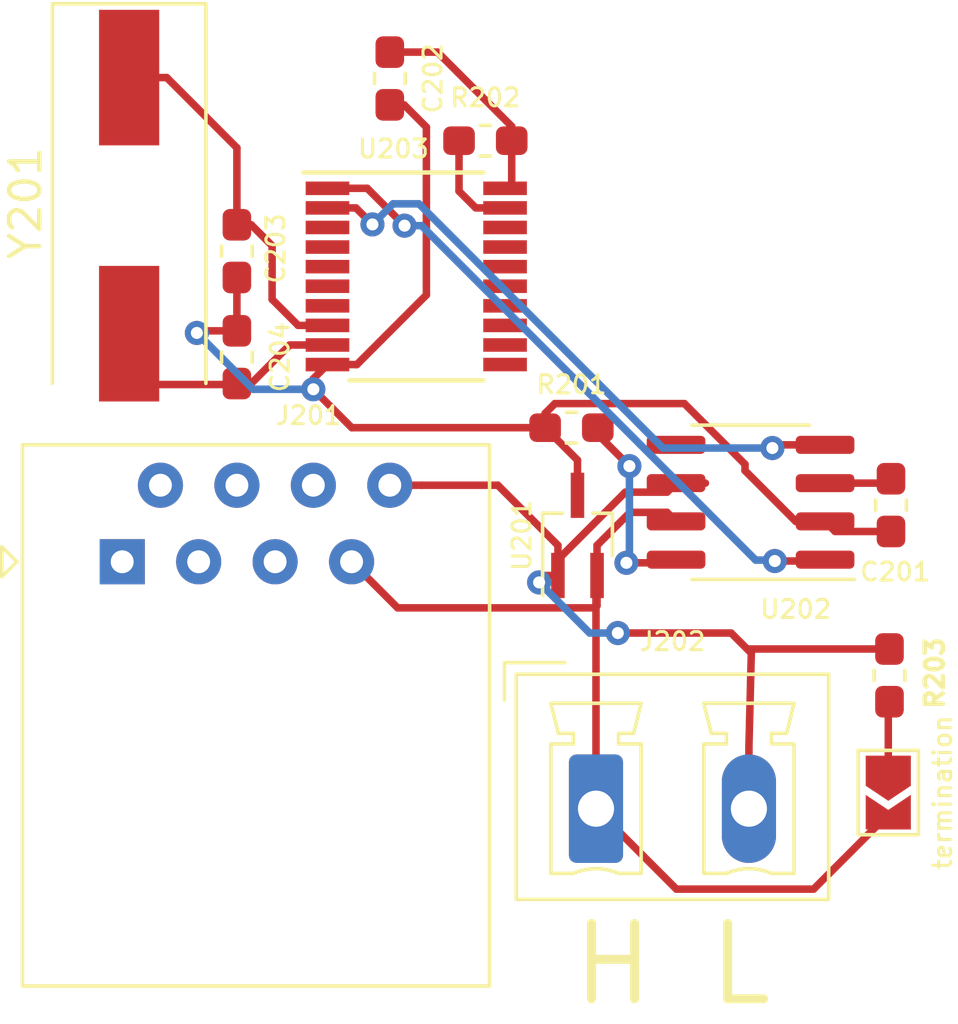
<source format=kicad_pcb>
(kicad_pcb (version 20171130) (host pcbnew 5.1.5+dfsg1-2build2)

  (general
    (thickness 1.6)
    (drawings 1)
    (tracks 119)
    (zones 0)
    (modules 14)
    (nets 32)
  )

  (page A4)
  (layers
    (0 F.Cu signal)
    (31 B.Cu signal)
    (32 B.Adhes user)
    (33 F.Adhes user)
    (34 B.Paste user)
    (35 F.Paste user)
    (36 B.SilkS user)
    (37 F.SilkS user)
    (38 B.Mask user)
    (39 F.Mask user)
    (40 Dwgs.User user)
    (41 Cmts.User user)
    (42 Eco1.User user)
    (43 Eco2.User user)
    (44 Edge.Cuts user)
    (45 Margin user)
    (46 B.CrtYd user)
    (47 F.CrtYd user)
    (48 B.Fab user hide)
    (49 F.Fab user hide)
  )

  (setup
    (last_trace_width 0.25)
    (trace_clearance 0.2)
    (zone_clearance 0.508)
    (zone_45_only no)
    (trace_min 0.2)
    (via_size 0.8)
    (via_drill 0.4)
    (via_min_size 0.4)
    (via_min_drill 0.3)
    (uvia_size 0.3)
    (uvia_drill 0.1)
    (uvias_allowed no)
    (uvia_min_size 0.2)
    (uvia_min_drill 0.1)
    (edge_width 0.05)
    (segment_width 0.2)
    (pcb_text_width 0.3)
    (pcb_text_size 1.5 1.5)
    (mod_edge_width 0.12)
    (mod_text_size 0.6 0.6)
    (mod_text_width 0.1)
    (pad_size 1.524 1.524)
    (pad_drill 0.762)
    (pad_to_mask_clearance 0.051)
    (solder_mask_min_width 0.25)
    (aux_axis_origin 0 0)
    (visible_elements FFFFFF7F)
    (pcbplotparams
      (layerselection 0x010fc_ffffffff)
      (usegerberextensions false)
      (usegerberattributes false)
      (usegerberadvancedattributes false)
      (creategerberjobfile false)
      (excludeedgelayer true)
      (linewidth 0.100000)
      (plotframeref false)
      (viasonmask false)
      (mode 1)
      (useauxorigin false)
      (hpglpennumber 1)
      (hpglpenspeed 20)
      (hpglpendiameter 15.000000)
      (psnegative false)
      (psa4output false)
      (plotreference true)
      (plotvalue true)
      (plotinvisibletext false)
      (padsonsilk false)
      (subtractmaskfromsilk false)
      (outputformat 1)
      (mirror false)
      (drillshape 1)
      (scaleselection 1)
      (outputdirectory ""))
  )

  (net 0 "")
  (net 1 GND)
  (net 2 +5V)
  (net 3 "Net-(C203-Pad2)")
  (net 4 "Net-(C204-Pad2)")
  (net 5 /Sheet6074414D/can_l)
  (net 6 /Sheet6074414D/can_h)
  (net 7 "Net-(J201-Pad6)")
  (net 8 "Net-(J201-Pad5)")
  (net 9 "Net-(J201-Pad4)")
  (net 10 "Net-(J201-Pad3)")
  (net 11 "Net-(J201-Pad2)")
  (net 12 "Net-(J201-Pad1)")
  (net 13 "Net-(R201-Pad2)")
  (net 14 "Net-(R202-Pad1)")
  (net 15 "Net-(U202-Pad5)")
  (net 16 /Sheet6074414D/can_rx)
  (net 17 /Sheet6074414D/can_tx)
  (net 18 /Sheet6074414D/can_spi_cs)
  (net 19 /Sheet6074414D/can_spi_miso)
  (net 20 /Sheet6074414D/can_spi_mosi)
  (net 21 "Net-(U203-Pad15)")
  (net 22 /Sheet6074414D/can_spi_clk)
  (net 23 /Sheet6074414D/can_intr)
  (net 24 "Net-(U203-Pad12)")
  (net 25 "Net-(U203-Pad11)")
  (net 26 "Net-(U203-Pad7)")
  (net 27 "Net-(U203-Pad6)")
  (net 28 "Net-(U203-Pad5)")
  (net 29 "Net-(U203-Pad4)")
  (net 30 "Net-(U203-Pad3)")
  (net 31 "Net-(JP201-Pad1)")

  (net_class Default "This is the default net class."
    (clearance 0.2)
    (trace_width 0.25)
    (via_dia 0.8)
    (via_drill 0.4)
    (uvia_dia 0.3)
    (uvia_drill 0.1)
    (add_net +5V)
    (add_net /Sheet6074414D/can_h)
    (add_net /Sheet6074414D/can_intr)
    (add_net /Sheet6074414D/can_l)
    (add_net /Sheet6074414D/can_rx)
    (add_net /Sheet6074414D/can_spi_clk)
    (add_net /Sheet6074414D/can_spi_cs)
    (add_net /Sheet6074414D/can_spi_miso)
    (add_net /Sheet6074414D/can_spi_mosi)
    (add_net /Sheet6074414D/can_tx)
    (add_net GND)
    (add_net "Net-(C203-Pad2)")
    (add_net "Net-(C204-Pad2)")
    (add_net "Net-(J201-Pad1)")
    (add_net "Net-(J201-Pad2)")
    (add_net "Net-(J201-Pad3)")
    (add_net "Net-(J201-Pad4)")
    (add_net "Net-(J201-Pad5)")
    (add_net "Net-(J201-Pad6)")
    (add_net "Net-(JP201-Pad1)")
    (add_net "Net-(R201-Pad2)")
    (add_net "Net-(R202-Pad1)")
    (add_net "Net-(U202-Pad5)")
    (add_net "Net-(U203-Pad11)")
    (add_net "Net-(U203-Pad12)")
    (add_net "Net-(U203-Pad15)")
    (add_net "Net-(U203-Pad3)")
    (add_net "Net-(U203-Pad4)")
    (add_net "Net-(U203-Pad5)")
    (add_net "Net-(U203-Pad6)")
    (add_net "Net-(U203-Pad7)")
  )

  (module Resistor_SMD:R_0603_1608Metric_Pad1.05x0.95mm_HandSolder (layer F.Cu) (tedit 5B301BBD) (tstamp 6072AE9C)
    (at 129.84 50.895 90)
    (descr "Resistor SMD 0603 (1608 Metric), square (rectangular) end terminal, IPC_7351 nominal with elongated pad for handsoldering. (Body size source: http://www.tortai-tech.com/upload/download/2011102023233369053.pdf), generated with kicad-footprint-generator")
    (tags "resistor handsolder")
    (path /6074414E/6075A4C5)
    (attr smd)
    (fp_text reference R203 (at 0.075 1.5 90) (layer F.SilkS)
      (effects (font (size 0.6 0.6) (thickness 0.15)))
    )
    (fp_text value 120R (at 0 1.43 90) (layer F.Fab)
      (effects (font (size 1 1) (thickness 0.15)))
    )
    (fp_text user %R (at 0 0 90) (layer F.Fab)
      (effects (font (size 0.4 0.4) (thickness 0.06)))
    )
    (fp_line (start 1.65 0.73) (end -1.65 0.73) (layer F.CrtYd) (width 0.05))
    (fp_line (start 1.65 -0.73) (end 1.65 0.73) (layer F.CrtYd) (width 0.05))
    (fp_line (start -1.65 -0.73) (end 1.65 -0.73) (layer F.CrtYd) (width 0.05))
    (fp_line (start -1.65 0.73) (end -1.65 -0.73) (layer F.CrtYd) (width 0.05))
    (fp_line (start -0.171267 0.51) (end 0.171267 0.51) (layer F.SilkS) (width 0.12))
    (fp_line (start -0.171267 -0.51) (end 0.171267 -0.51) (layer F.SilkS) (width 0.12))
    (fp_line (start 0.8 0.4) (end -0.8 0.4) (layer F.Fab) (width 0.1))
    (fp_line (start 0.8 -0.4) (end 0.8 0.4) (layer F.Fab) (width 0.1))
    (fp_line (start -0.8 -0.4) (end 0.8 -0.4) (layer F.Fab) (width 0.1))
    (fp_line (start -0.8 0.4) (end -0.8 -0.4) (layer F.Fab) (width 0.1))
    (pad 2 smd roundrect (at 0.875 0 90) (size 1.05 0.95) (layers F.Cu F.Paste F.Mask) (roundrect_rratio 0.25)
      (net 5 /Sheet6074414D/can_l))
    (pad 1 smd roundrect (at -0.875 0 90) (size 1.05 0.95) (layers F.Cu F.Paste F.Mask) (roundrect_rratio 0.25)
      (net 31 "Net-(JP201-Pad1)"))
    (model ${KISYS3DMOD}/Resistor_SMD.3dshapes/R_0603_1608Metric.wrl
      (at (xyz 0 0 0))
      (scale (xyz 1 1 1))
      (rotate (xyz 0 0 0))
    )
  )

  (module Jumper:SolderJumper-2_P1.3mm_Open_TrianglePad1.0x1.5mm (layer F.Cu) (tedit 5A64794F) (tstamp 6072AE4B)
    (at 129.8 54.785 270)
    (descr "SMD Solder Jumper, 1x1.5mm Triangular Pads, 0.3mm gap, open")
    (tags "solder jumper open")
    (path /6074414E/6075D5CD)
    (attr virtual)
    (fp_text reference termination (at 0 -1.8 90) (layer F.SilkS)
      (effects (font (size 0.6 0.6) (thickness 0.1)))
    )
    (fp_text value termination (at 0 1.9 90) (layer F.Fab)
      (effects (font (size 1 1) (thickness 0.15)))
    )
    (fp_line (start 1.65 1.25) (end -1.65 1.25) (layer F.CrtYd) (width 0.05))
    (fp_line (start 1.65 1.25) (end 1.65 -1.25) (layer F.CrtYd) (width 0.05))
    (fp_line (start -1.65 -1.25) (end -1.65 1.25) (layer F.CrtYd) (width 0.05))
    (fp_line (start -1.65 -1.25) (end 1.65 -1.25) (layer F.CrtYd) (width 0.05))
    (fp_line (start -1.4 -1) (end 1.4 -1) (layer F.SilkS) (width 0.12))
    (fp_line (start 1.4 -1) (end 1.4 1) (layer F.SilkS) (width 0.12))
    (fp_line (start 1.4 1) (end -1.4 1) (layer F.SilkS) (width 0.12))
    (fp_line (start -1.4 1) (end -1.4 -1) (layer F.SilkS) (width 0.12))
    (pad 1 smd custom (at -0.725 0 270) (size 0.3 0.3) (layers F.Cu F.Mask)
      (net 31 "Net-(JP201-Pad1)") (zone_connect 2)
      (options (clearance outline) (anchor rect))
      (primitives
        (gr_poly (pts
           (xy -0.5 -0.75) (xy 0.5 -0.75) (xy 1 0) (xy 0.5 0.75) (xy -0.5 0.75)
) (width 0))
      ))
    (pad 2 smd custom (at 0.725 0 270) (size 0.3 0.3) (layers F.Cu F.Mask)
      (net 6 /Sheet6074414D/can_h) (zone_connect 2)
      (options (clearance outline) (anchor rect))
      (primitives
        (gr_poly (pts
           (xy -0.65 -0.75) (xy 0.5 -0.75) (xy 0.5 0.75) (xy -0.65 0.75) (xy -0.15 0)
) (width 0))
      ))
  )

  (module Package_SO:TSSOP-20_4.4x6.5mm_P0.65mm (layer F.Cu) (tedit 5A02F25C) (tstamp 60729EC9)
    (at 114.12 37.655)
    (descr "20-Lead Plastic Thin Shrink Small Outline (ST)-4.4 mm Body [TSSOP] (see Microchip Packaging Specification 00000049BS.pdf)")
    (tags "SSOP 0.65")
    (path /6074414E/6074BAAC)
    (attr smd)
    (fp_text reference U203 (at -0.76 -4.235) (layer F.SilkS)
      (effects (font (size 0.6 0.6) (thickness 0.1)))
    )
    (fp_text value MCP2515-xST (at 0 4.3) (layer F.Fab)
      (effects (font (size 1 1) (thickness 0.15)))
    )
    (fp_text user %R (at 0 0) (layer F.Fab)
      (effects (font (size 1 1) (thickness 0.15)))
    )
    (fp_line (start -3.75 -3.45) (end 2.225 -3.45) (layer F.SilkS) (width 0.15))
    (fp_line (start -2.225 3.45) (end 2.225 3.45) (layer F.SilkS) (width 0.15))
    (fp_line (start -3.95 3.55) (end 3.95 3.55) (layer F.CrtYd) (width 0.05))
    (fp_line (start -3.95 -3.55) (end 3.95 -3.55) (layer F.CrtYd) (width 0.05))
    (fp_line (start 3.95 -3.55) (end 3.95 3.55) (layer F.CrtYd) (width 0.05))
    (fp_line (start -3.95 -3.55) (end -3.95 3.55) (layer F.CrtYd) (width 0.05))
    (fp_line (start -2.2 -2.25) (end -1.2 -3.25) (layer F.Fab) (width 0.15))
    (fp_line (start -2.2 3.25) (end -2.2 -2.25) (layer F.Fab) (width 0.15))
    (fp_line (start 2.2 3.25) (end -2.2 3.25) (layer F.Fab) (width 0.15))
    (fp_line (start 2.2 -3.25) (end 2.2 3.25) (layer F.Fab) (width 0.15))
    (fp_line (start -1.2 -3.25) (end 2.2 -3.25) (layer F.Fab) (width 0.15))
    (pad 20 smd rect (at 2.95 -2.925) (size 1.45 0.45) (layers F.Cu F.Paste F.Mask)
      (net 2 +5V))
    (pad 19 smd rect (at 2.95 -2.275) (size 1.45 0.45) (layers F.Cu F.Paste F.Mask)
      (net 14 "Net-(R202-Pad1)"))
    (pad 18 smd rect (at 2.95 -1.625) (size 1.45 0.45) (layers F.Cu F.Paste F.Mask)
      (net 18 /Sheet6074414D/can_spi_cs))
    (pad 17 smd rect (at 2.95 -0.975) (size 1.45 0.45) (layers F.Cu F.Paste F.Mask)
      (net 19 /Sheet6074414D/can_spi_miso))
    (pad 16 smd rect (at 2.95 -0.325) (size 1.45 0.45) (layers F.Cu F.Paste F.Mask)
      (net 20 /Sheet6074414D/can_spi_mosi))
    (pad 15 smd rect (at 2.95 0.325) (size 1.45 0.45) (layers F.Cu F.Paste F.Mask)
      (net 21 "Net-(U203-Pad15)"))
    (pad 14 smd rect (at 2.95 0.975) (size 1.45 0.45) (layers F.Cu F.Paste F.Mask)
      (net 22 /Sheet6074414D/can_spi_clk))
    (pad 13 smd rect (at 2.95 1.625) (size 1.45 0.45) (layers F.Cu F.Paste F.Mask)
      (net 23 /Sheet6074414D/can_intr))
    (pad 12 smd rect (at 2.95 2.275) (size 1.45 0.45) (layers F.Cu F.Paste F.Mask)
      (net 24 "Net-(U203-Pad12)"))
    (pad 11 smd rect (at 2.95 2.925) (size 1.45 0.45) (layers F.Cu F.Paste F.Mask)
      (net 25 "Net-(U203-Pad11)"))
    (pad 10 smd rect (at -2.95 2.925) (size 1.45 0.45) (layers F.Cu F.Paste F.Mask)
      (net 1 GND))
    (pad 9 smd rect (at -2.95 2.275) (size 1.45 0.45) (layers F.Cu F.Paste F.Mask)
      (net 4 "Net-(C204-Pad2)"))
    (pad 8 smd rect (at -2.95 1.625) (size 1.45 0.45) (layers F.Cu F.Paste F.Mask)
      (net 3 "Net-(C203-Pad2)"))
    (pad 7 smd rect (at -2.95 0.975) (size 1.45 0.45) (layers F.Cu F.Paste F.Mask)
      (net 26 "Net-(U203-Pad7)"))
    (pad 6 smd rect (at -2.95 0.325) (size 1.45 0.45) (layers F.Cu F.Paste F.Mask)
      (net 27 "Net-(U203-Pad6)"))
    (pad 5 smd rect (at -2.95 -0.325) (size 1.45 0.45) (layers F.Cu F.Paste F.Mask)
      (net 28 "Net-(U203-Pad5)"))
    (pad 4 smd rect (at -2.95 -0.975) (size 1.45 0.45) (layers F.Cu F.Paste F.Mask)
      (net 29 "Net-(U203-Pad4)"))
    (pad 3 smd rect (at -2.95 -1.625) (size 1.45 0.45) (layers F.Cu F.Paste F.Mask)
      (net 30 "Net-(U203-Pad3)"))
    (pad 2 smd rect (at -2.95 -2.275) (size 1.45 0.45) (layers F.Cu F.Paste F.Mask)
      (net 16 /Sheet6074414D/can_rx))
    (pad 1 smd rect (at -2.95 -2.925) (size 1.45 0.45) (layers F.Cu F.Paste F.Mask)
      (net 17 /Sheet6074414D/can_tx))
    (model ${KISYS3DMOD}/Package_SO.3dshapes/TSSOP-20_4.4x6.5mm_P0.65mm.wrl
      (at (xyz 0 0 0))
      (scale (xyz 1 1 1))
      (rotate (xyz 0 0 0))
    )
  )

  (module Crystal:Crystal_SMD_HC49-SD (layer F.Cu) (tedit 5A1AD52C) (tstamp 60729E79)
    (at 104.58 35.305 270)
    (descr "SMD Crystal HC-49-SD http://cdn-reichelt.de/documents/datenblatt/B400/xxx-HC49-SMD.pdf, 11.4x4.7mm^2 package")
    (tags "SMD SMT crystal")
    (path /6074414E/6074BAC6)
    (attr smd)
    (fp_text reference Y201 (at -0.085 3.44 90) (layer F.SilkS)
      (effects (font (size 1 1) (thickness 0.15)))
    )
    (fp_text value Crystal (at 0 3.55 90) (layer F.Fab)
      (effects (font (size 1 1) (thickness 0.15)))
    )
    (fp_arc (start 3.015 0) (end 3.015 -2.115) (angle 180) (layer F.Fab) (width 0.1))
    (fp_arc (start -3.015 0) (end -3.015 -2.115) (angle -180) (layer F.Fab) (width 0.1))
    (fp_line (start 6.8 -2.6) (end -6.8 -2.6) (layer F.CrtYd) (width 0.05))
    (fp_line (start 6.8 2.6) (end 6.8 -2.6) (layer F.CrtYd) (width 0.05))
    (fp_line (start -6.8 2.6) (end 6.8 2.6) (layer F.CrtYd) (width 0.05))
    (fp_line (start -6.8 -2.6) (end -6.8 2.6) (layer F.CrtYd) (width 0.05))
    (fp_line (start -6.7 2.55) (end 5.9 2.55) (layer F.SilkS) (width 0.12))
    (fp_line (start -6.7 -2.55) (end -6.7 2.55) (layer F.SilkS) (width 0.12))
    (fp_line (start 5.9 -2.55) (end -6.7 -2.55) (layer F.SilkS) (width 0.12))
    (fp_line (start -3.015 2.115) (end 3.015 2.115) (layer F.Fab) (width 0.1))
    (fp_line (start -3.015 -2.115) (end 3.015 -2.115) (layer F.Fab) (width 0.1))
    (fp_line (start 5.7 -2.35) (end -5.7 -2.35) (layer F.Fab) (width 0.1))
    (fp_line (start 5.7 2.35) (end 5.7 -2.35) (layer F.Fab) (width 0.1))
    (fp_line (start -5.7 2.35) (end 5.7 2.35) (layer F.Fab) (width 0.1))
    (fp_line (start -5.7 -2.35) (end -5.7 2.35) (layer F.Fab) (width 0.1))
    (fp_text user %R (at 0 0 90) (layer F.Fab)
      (effects (font (size 1 1) (thickness 0.15)))
    )
    (pad 2 smd rect (at 4.25 0 270) (size 4.5 2) (layers F.Cu F.Paste F.Mask)
      (net 4 "Net-(C204-Pad2)"))
    (pad 1 smd rect (at -4.25 0 270) (size 4.5 2) (layers F.Cu F.Paste F.Mask)
      (net 3 "Net-(C203-Pad2)"))
    (model ${KISYS3DMOD}/Crystal.3dshapes/Crystal_SMD_HC49-SD.wrl
      (at (xyz 0 0 0))
      (scale (xyz 1 1 1))
      (rotate (xyz 0 0 0))
    )
  )

  (module Package_SO:SOIC-8_3.9x4.9mm_P1.27mm (layer F.Cu) (tedit 5D9F72B1) (tstamp 60723524)
    (at 125.225 45.15 180)
    (descr "SOIC, 8 Pin (JEDEC MS-012AA, https://www.analog.com/media/en/package-pcb-resources/package/pkg_pdf/soic_narrow-r/r_8.pdf), generated with kicad-footprint-generator ipc_gullwing_generator.py")
    (tags "SOIC SO")
    (path /6074414E/6074BA69)
    (attr smd)
    (fp_text reference U202 (at -1.5 -3.55) (layer F.SilkS)
      (effects (font (size 0.6 0.6) (thickness 0.1)))
    )
    (fp_text value MCP2551-I-SN (at 0 3.4) (layer F.Fab)
      (effects (font (size 1 1) (thickness 0.15)))
    )
    (fp_text user %R (at 0 0) (layer F.Fab)
      (effects (font (size 1 1) (thickness 0.15)))
    )
    (fp_line (start 3.7 -2.7) (end -3.7 -2.7) (layer F.CrtYd) (width 0.05))
    (fp_line (start 3.7 2.7) (end 3.7 -2.7) (layer F.CrtYd) (width 0.05))
    (fp_line (start -3.7 2.7) (end 3.7 2.7) (layer F.CrtYd) (width 0.05))
    (fp_line (start -3.7 -2.7) (end -3.7 2.7) (layer F.CrtYd) (width 0.05))
    (fp_line (start -1.95 -1.475) (end -0.975 -2.45) (layer F.Fab) (width 0.1))
    (fp_line (start -1.95 2.45) (end -1.95 -1.475) (layer F.Fab) (width 0.1))
    (fp_line (start 1.95 2.45) (end -1.95 2.45) (layer F.Fab) (width 0.1))
    (fp_line (start 1.95 -2.45) (end 1.95 2.45) (layer F.Fab) (width 0.1))
    (fp_line (start -0.975 -2.45) (end 1.95 -2.45) (layer F.Fab) (width 0.1))
    (fp_line (start 0 -2.56) (end -3.45 -2.56) (layer F.SilkS) (width 0.12))
    (fp_line (start 0 -2.56) (end 1.95 -2.56) (layer F.SilkS) (width 0.12))
    (fp_line (start 0 2.56) (end -1.95 2.56) (layer F.SilkS) (width 0.12))
    (fp_line (start 0 2.56) (end 1.95 2.56) (layer F.SilkS) (width 0.12))
    (pad 8 smd roundrect (at 2.475 -1.905 180) (size 1.95 0.6) (layers F.Cu F.Paste F.Mask) (roundrect_rratio 0.25)
      (net 13 "Net-(R201-Pad2)"))
    (pad 7 smd roundrect (at 2.475 -0.635 180) (size 1.95 0.6) (layers F.Cu F.Paste F.Mask) (roundrect_rratio 0.25)
      (net 6 /Sheet6074414D/can_h))
    (pad 6 smd roundrect (at 2.475 0.635 180) (size 1.95 0.6) (layers F.Cu F.Paste F.Mask) (roundrect_rratio 0.25)
      (net 5 /Sheet6074414D/can_l))
    (pad 5 smd roundrect (at 2.475 1.905 180) (size 1.95 0.6) (layers F.Cu F.Paste F.Mask) (roundrect_rratio 0.25)
      (net 15 "Net-(U202-Pad5)"))
    (pad 4 smd roundrect (at -2.475 1.905 180) (size 1.95 0.6) (layers F.Cu F.Paste F.Mask) (roundrect_rratio 0.25)
      (net 16 /Sheet6074414D/can_rx))
    (pad 3 smd roundrect (at -2.475 0.635 180) (size 1.95 0.6) (layers F.Cu F.Paste F.Mask) (roundrect_rratio 0.25)
      (net 2 +5V))
    (pad 2 smd roundrect (at -2.475 -0.635 180) (size 1.95 0.6) (layers F.Cu F.Paste F.Mask) (roundrect_rratio 0.25)
      (net 1 GND))
    (pad 1 smd roundrect (at -2.475 -1.905 180) (size 1.95 0.6) (layers F.Cu F.Paste F.Mask) (roundrect_rratio 0.25)
      (net 17 /Sheet6074414D/can_tx))
    (model ${KISYS3DMOD}/Package_SO.3dshapes/SOIC-8_3.9x4.9mm_P1.27mm.wrl
      (at (xyz 0 0 0))
      (scale (xyz 1 1 1))
      (rotate (xyz 0 0 0))
    )
  )

  (module Package_TO_SOT_SMD:SOT-323_SC-70_Handsoldering (layer F.Cu) (tedit 5A02FF57) (tstamp 6072350A)
    (at 119.475 46.25 90)
    (descr "SOT-323, SC-70 Handsoldering")
    (tags "SOT-323 SC-70 Handsoldering")
    (path /6074414E/6074BA81)
    (attr smd)
    (fp_text reference U201 (at 0 -1.85 90) (layer F.SilkS)
      (effects (font (size 0.6 0.6) (thickness 0.1)))
    )
    (fp_text value PESD5V0L2UU_esd_diode (at 0 2.05 90) (layer F.Fab)
      (effects (font (size 1 1) (thickness 0.15)))
    )
    (fp_line (start -0.175 -1.1) (end -0.675 -0.6) (layer F.Fab) (width 0.1))
    (fp_line (start 0.675 1.1) (end -0.675 1.1) (layer F.Fab) (width 0.1))
    (fp_line (start 0.675 -1.1) (end 0.675 1.1) (layer F.Fab) (width 0.1))
    (fp_line (start -0.675 -0.6) (end -0.675 1.1) (layer F.Fab) (width 0.1))
    (fp_line (start 0.675 -1.1) (end -0.175 -1.1) (layer F.Fab) (width 0.1))
    (fp_line (start -0.675 1.16) (end 0.735 1.16) (layer F.SilkS) (width 0.12))
    (fp_line (start 0.735 -1.16) (end -2 -1.16) (layer F.SilkS) (width 0.12))
    (fp_line (start -2.4 1.3) (end -2.4 -1.3) (layer F.CrtYd) (width 0.05))
    (fp_line (start -2.4 -1.3) (end 2.4 -1.3) (layer F.CrtYd) (width 0.05))
    (fp_line (start 2.4 -1.3) (end 2.4 1.3) (layer F.CrtYd) (width 0.05))
    (fp_line (start 2.4 1.3) (end -2.4 1.3) (layer F.CrtYd) (width 0.05))
    (fp_line (start 0.735 -1.17) (end 0.735 -0.5) (layer F.SilkS) (width 0.12))
    (fp_line (start 0.735 0.5) (end 0.735 1.16) (layer F.SilkS) (width 0.12))
    (fp_text user %R (at 0 0) (layer F.Fab)
      (effects (font (size 1 1) (thickness 0.15)))
    )
    (pad 3 smd rect (at 1.33 0) (size 0.45 1.5) (layers F.Cu F.Paste F.Mask)
      (net 1 GND))
    (pad 2 smd rect (at -1.33 0.65) (size 0.45 1.5) (layers F.Cu F.Paste F.Mask)
      (net 6 /Sheet6074414D/can_h))
    (pad 1 smd rect (at -1.33 -0.65) (size 0.45 1.5) (layers F.Cu F.Paste F.Mask)
      (net 5 /Sheet6074414D/can_l))
    (model ${KISYS3DMOD}/Package_TO_SOT_SMD.3dshapes/SOT-323_SC-70.wrl
      (at (xyz 0 0 0))
      (scale (xyz 1 1 1))
      (rotate (xyz 0 0 0))
    )
  )

  (module Resistor_SMD:R_0603_1608Metric_Pad1.05x0.95mm_HandSolder (layer F.Cu) (tedit 5B301BBD) (tstamp 60729F7F)
    (at 116.415 33.15)
    (descr "Resistor SMD 0603 (1608 Metric), square (rectangular) end terminal, IPC_7351 nominal with elongated pad for handsoldering. (Body size source: http://www.tortai-tech.com/upload/download/2011102023233369053.pdf), generated with kicad-footprint-generator")
    (tags "resistor handsolder")
    (path /6074414E/6074BADF)
    (attr smd)
    (fp_text reference R202 (at 0 -1.43) (layer F.SilkS)
      (effects (font (size 0.6 0.6) (thickness 0.1)))
    )
    (fp_text value 10K (at 0 1.43) (layer F.Fab)
      (effects (font (size 1 1) (thickness 0.15)))
    )
    (fp_text user %R (at 0 0) (layer F.Fab)
      (effects (font (size 1 1) (thickness 0.15)))
    )
    (fp_line (start 1.65 0.73) (end -1.65 0.73) (layer F.CrtYd) (width 0.05))
    (fp_line (start 1.65 -0.73) (end 1.65 0.73) (layer F.CrtYd) (width 0.05))
    (fp_line (start -1.65 -0.73) (end 1.65 -0.73) (layer F.CrtYd) (width 0.05))
    (fp_line (start -1.65 0.73) (end -1.65 -0.73) (layer F.CrtYd) (width 0.05))
    (fp_line (start -0.171267 0.51) (end 0.171267 0.51) (layer F.SilkS) (width 0.12))
    (fp_line (start -0.171267 -0.51) (end 0.171267 -0.51) (layer F.SilkS) (width 0.12))
    (fp_line (start 0.8 0.4) (end -0.8 0.4) (layer F.Fab) (width 0.1))
    (fp_line (start 0.8 -0.4) (end 0.8 0.4) (layer F.Fab) (width 0.1))
    (fp_line (start -0.8 -0.4) (end 0.8 -0.4) (layer F.Fab) (width 0.1))
    (fp_line (start -0.8 0.4) (end -0.8 -0.4) (layer F.Fab) (width 0.1))
    (pad 2 smd roundrect (at 0.875 0) (size 1.05 0.95) (layers F.Cu F.Paste F.Mask) (roundrect_rratio 0.25)
      (net 2 +5V))
    (pad 1 smd roundrect (at -0.875 0) (size 1.05 0.95) (layers F.Cu F.Paste F.Mask) (roundrect_rratio 0.25)
      (net 14 "Net-(R202-Pad1)"))
    (model ${KISYS3DMOD}/Resistor_SMD.3dshapes/R_0603_1608Metric.wrl
      (at (xyz 0 0 0))
      (scale (xyz 1 1 1))
      (rotate (xyz 0 0 0))
    )
  )

  (module Resistor_SMD:R_0603_1608Metric_Pad1.05x0.95mm_HandSolder (layer F.Cu) (tedit 5B301BBD) (tstamp 607234E4)
    (at 119.275 42.675)
    (descr "Resistor SMD 0603 (1608 Metric), square (rectangular) end terminal, IPC_7351 nominal with elongated pad for handsoldering. (Body size source: http://www.tortai-tech.com/upload/download/2011102023233369053.pdf), generated with kicad-footprint-generator")
    (tags "resistor handsolder")
    (path /6074414E/6074BA98)
    (attr smd)
    (fp_text reference R201 (at 0 -1.43) (layer F.SilkS)
      (effects (font (size 0.6 0.6) (thickness 0.1)))
    )
    (fp_text value 47K (at 0 1.43) (layer F.Fab)
      (effects (font (size 1 1) (thickness 0.15)))
    )
    (fp_text user %R (at 0 0) (layer F.Fab)
      (effects (font (size 1 1) (thickness 0.15)))
    )
    (fp_line (start 1.65 0.73) (end -1.65 0.73) (layer F.CrtYd) (width 0.05))
    (fp_line (start 1.65 -0.73) (end 1.65 0.73) (layer F.CrtYd) (width 0.05))
    (fp_line (start -1.65 -0.73) (end 1.65 -0.73) (layer F.CrtYd) (width 0.05))
    (fp_line (start -1.65 0.73) (end -1.65 -0.73) (layer F.CrtYd) (width 0.05))
    (fp_line (start -0.171267 0.51) (end 0.171267 0.51) (layer F.SilkS) (width 0.12))
    (fp_line (start -0.171267 -0.51) (end 0.171267 -0.51) (layer F.SilkS) (width 0.12))
    (fp_line (start 0.8 0.4) (end -0.8 0.4) (layer F.Fab) (width 0.1))
    (fp_line (start 0.8 -0.4) (end 0.8 0.4) (layer F.Fab) (width 0.1))
    (fp_line (start -0.8 -0.4) (end 0.8 -0.4) (layer F.Fab) (width 0.1))
    (fp_line (start -0.8 0.4) (end -0.8 -0.4) (layer F.Fab) (width 0.1))
    (pad 2 smd roundrect (at 0.875 0) (size 1.05 0.95) (layers F.Cu F.Paste F.Mask) (roundrect_rratio 0.25)
      (net 13 "Net-(R201-Pad2)"))
    (pad 1 smd roundrect (at -0.875 0) (size 1.05 0.95) (layers F.Cu F.Paste F.Mask) (roundrect_rratio 0.25)
      (net 1 GND))
    (model ${KISYS3DMOD}/Resistor_SMD.3dshapes/R_0603_1608Metric.wrl
      (at (xyz 0 0 0))
      (scale (xyz 1 1 1))
      (rotate (xyz 0 0 0))
    )
  )

  (module Connector_Phoenix_MC_HighVoltage:PhoenixContact_MCV_1,5_2-G-5.08_1x02_P5.08mm_Vertical (layer F.Cu) (tedit 5B784ED3) (tstamp 607234D3)
    (at 120.09 55.32)
    (descr "Generic Phoenix Contact connector footprint for: MCV_1,5/2-G-5.08; number of pins: 02; pin pitch: 5.08mm; Vertical || order number: 1836299 8A 320V")
    (tags "phoenix_contact connector MCV_01x02_G_5.08mm")
    (path /6074414E/6074BB1B)
    (fp_text reference J202 (at 2.54 -5.55) (layer F.SilkS)
      (effects (font (size 0.6 0.6) (thickness 0.1)))
    )
    (fp_text value Screw_Terminal_01x02 (at 2.54 4.1) (layer F.Fab)
      (effects (font (size 1 1) (thickness 0.15)))
    )
    (fp_text user %R (at 2.54 -3.65) (layer F.Fab)
      (effects (font (size 1 1) (thickness 0.15)))
    )
    (fp_line (start -3.04 -4.85) (end -1.04 -4.85) (layer F.Fab) (width 0.1))
    (fp_line (start -3.04 -3.6) (end -3.04 -4.85) (layer F.Fab) (width 0.1))
    (fp_line (start -3.04 -4.85) (end -1.04 -4.85) (layer F.SilkS) (width 0.12))
    (fp_line (start -3.04 -3.6) (end -3.04 -4.85) (layer F.SilkS) (width 0.12))
    (fp_line (start 8.12 -4.85) (end -3.04 -4.85) (layer F.CrtYd) (width 0.05))
    (fp_line (start 8.12 3.4) (end 8.12 -4.85) (layer F.CrtYd) (width 0.05))
    (fp_line (start -3.04 3.4) (end 8.12 3.4) (layer F.CrtYd) (width 0.05))
    (fp_line (start -3.04 -4.85) (end -3.04 3.4) (layer F.CrtYd) (width 0.05))
    (fp_line (start 6.58 2.15) (end 5.83 2.15) (layer F.SilkS) (width 0.12))
    (fp_line (start 6.58 -2.15) (end 6.58 2.15) (layer F.SilkS) (width 0.12))
    (fp_line (start 5.83 -2.15) (end 6.58 -2.15) (layer F.SilkS) (width 0.12))
    (fp_line (start 5.83 -2.5) (end 5.83 -2.15) (layer F.SilkS) (width 0.12))
    (fp_line (start 6.33 -2.5) (end 5.83 -2.5) (layer F.SilkS) (width 0.12))
    (fp_line (start 6.58 -3.5) (end 6.33 -2.5) (layer F.SilkS) (width 0.12))
    (fp_line (start 3.58 -3.5) (end 6.58 -3.5) (layer F.SilkS) (width 0.12))
    (fp_line (start 3.83 -2.5) (end 3.58 -3.5) (layer F.SilkS) (width 0.12))
    (fp_line (start 4.33 -2.5) (end 3.83 -2.5) (layer F.SilkS) (width 0.12))
    (fp_line (start 4.33 -2.15) (end 4.33 -2.5) (layer F.SilkS) (width 0.12))
    (fp_line (start 3.58 -2.15) (end 4.33 -2.15) (layer F.SilkS) (width 0.12))
    (fp_line (start 3.58 2.15) (end 3.58 -2.15) (layer F.SilkS) (width 0.12))
    (fp_line (start 4.33 2.15) (end 3.58 2.15) (layer F.SilkS) (width 0.12))
    (fp_line (start 1.5 2.15) (end 0.75 2.15) (layer F.SilkS) (width 0.12))
    (fp_line (start 1.5 -2.15) (end 1.5 2.15) (layer F.SilkS) (width 0.12))
    (fp_line (start 0.75 -2.15) (end 1.5 -2.15) (layer F.SilkS) (width 0.12))
    (fp_line (start 0.75 -2.5) (end 0.75 -2.15) (layer F.SilkS) (width 0.12))
    (fp_line (start 1.25 -2.5) (end 0.75 -2.5) (layer F.SilkS) (width 0.12))
    (fp_line (start 1.5 -3.5) (end 1.25 -2.5) (layer F.SilkS) (width 0.12))
    (fp_line (start -1.5 -3.5) (end 1.5 -3.5) (layer F.SilkS) (width 0.12))
    (fp_line (start -1.25 -2.5) (end -1.5 -3.5) (layer F.SilkS) (width 0.12))
    (fp_line (start -0.75 -2.5) (end -1.25 -2.5) (layer F.SilkS) (width 0.12))
    (fp_line (start -0.75 -2.15) (end -0.75 -2.5) (layer F.SilkS) (width 0.12))
    (fp_line (start -1.5 -2.15) (end -0.75 -2.15) (layer F.SilkS) (width 0.12))
    (fp_line (start -1.5 2.15) (end -1.5 -2.15) (layer F.SilkS) (width 0.12))
    (fp_line (start -0.75 2.15) (end -1.5 2.15) (layer F.SilkS) (width 0.12))
    (fp_line (start 7.62 -4.35) (end -2.54 -4.35) (layer F.Fab) (width 0.1))
    (fp_line (start 7.62 2.9) (end 7.62 -4.35) (layer F.Fab) (width 0.1))
    (fp_line (start -2.54 2.9) (end 7.62 2.9) (layer F.Fab) (width 0.1))
    (fp_line (start -2.54 -4.35) (end -2.54 2.9) (layer F.Fab) (width 0.1))
    (fp_line (start 7.73 -4.46) (end -2.65 -4.46) (layer F.SilkS) (width 0.12))
    (fp_line (start 7.73 3.01) (end 7.73 -4.46) (layer F.SilkS) (width 0.12))
    (fp_line (start -2.65 3.01) (end 7.73 3.01) (layer F.SilkS) (width 0.12))
    (fp_line (start -2.65 -4.46) (end -2.65 3.01) (layer F.SilkS) (width 0.12))
    (fp_arc (start 5.08 3.85) (end 4.33 2.15) (angle 47.6) (layer F.SilkS) (width 0.12))
    (fp_arc (start 0 3.85) (end -0.75 2.15) (angle 47.6) (layer F.SilkS) (width 0.12))
    (pad 2 thru_hole oval (at 5.08 0) (size 1.8 3.6) (drill 1.2) (layers *.Cu *.Mask)
      (net 5 /Sheet6074414D/can_l))
    (pad 1 thru_hole roundrect (at 0 0) (size 1.8 3.6) (drill 1.2) (layers *.Cu *.Mask) (roundrect_rratio 0.138889)
      (net 6 /Sheet6074414D/can_h))
    (model ${KISYS3DMOD}/Connector_Phoenix_MC_HighVoltage.3dshapes/PhoenixContact_MCV_1,5_2-G-5.08_1x02_P5.08mm_Vertical.wrl
      (at (xyz 0 0 0))
      (scale (xyz 1 1 1))
      (rotate (xyz 0 0 0))
    )
  )

  (module Connector_RJ:RJ45_Amphenol_54602-x08_Horizontal (layer F.Cu) (tedit 5B103613) (tstamp 607234A0)
    (at 104.35 47.125)
    (descr "8 Pol Shallow Latch Connector, Modjack, RJ45 (https://cdn.amphenol-icc.com/media/wysiwyg/files/drawing/c-bmj-0102.pdf)")
    (tags RJ45)
    (path /6074414E/6074BA6F)
    (fp_text reference J201 (at 6.19 -4.855) (layer F.SilkS)
      (effects (font (size 0.6 0.6) (thickness 0.1)))
    )
    (fp_text value RJ45 (at 4.445 4) (layer F.Fab)
      (effects (font (size 1 1) (thickness 0.15)))
    )
    (fp_line (start 12.6 14.47) (end -3.71 14.47) (layer F.CrtYd) (width 0.05))
    (fp_line (start 12.6 14.47) (end 12.6 -4.27) (layer F.CrtYd) (width 0.05))
    (fp_line (start -3.71 -4.27) (end -3.71 14.47) (layer F.CrtYd) (width 0.05))
    (fp_line (start -3.71 -4.27) (end 12.6 -4.27) (layer F.CrtYd) (width 0.05))
    (fp_line (start -3.315 -3.88) (end -3.315 14.08) (layer F.SilkS) (width 0.12))
    (fp_line (start 12.205 -3.88) (end -3.315 -3.88) (layer F.SilkS) (width 0.12))
    (fp_line (start 12.205 -3.88) (end 12.205 14.08) (layer F.SilkS) (width 0.12))
    (fp_line (start -3.315 14.08) (end 12.205 14.08) (layer F.SilkS) (width 0.12))
    (fp_line (start -3.205 -2.77) (end -2.205 -3.77) (layer F.Fab) (width 0.12))
    (fp_line (start -2.205 -3.77) (end 12.095 -3.77) (layer F.Fab) (width 0.12))
    (fp_line (start 12.095 -3.77) (end 12.095 13.97) (layer F.Fab) (width 0.12))
    (fp_line (start 12.095 13.97) (end -3.205 13.97) (layer F.Fab) (width 0.12))
    (fp_line (start -3.205 13.97) (end -3.205 -2.77) (layer F.Fab) (width 0.12))
    (fp_line (start -3.5 0) (end -4 -0.5) (layer F.SilkS) (width 0.12))
    (fp_line (start -4 -0.5) (end -4 0.5) (layer F.SilkS) (width 0.12))
    (fp_line (start -4 0.5) (end -3.5 0) (layer F.SilkS) (width 0.12))
    (fp_text user %R (at 4.445 2) (layer F.Fab)
      (effects (font (size 1 1) (thickness 0.15)))
    )
    (pad 8 thru_hole circle (at 8.89 -2.54) (size 1.5 1.5) (drill 0.76) (layers *.Cu *.Mask)
      (net 5 /Sheet6074414D/can_l))
    (pad 7 thru_hole circle (at 7.62 0) (size 1.5 1.5) (drill 0.76) (layers *.Cu *.Mask)
      (net 6 /Sheet6074414D/can_h))
    (pad 6 thru_hole circle (at 6.35 -2.54) (size 1.5 1.5) (drill 0.76) (layers *.Cu *.Mask)
      (net 7 "Net-(J201-Pad6)"))
    (pad 5 thru_hole circle (at 5.08 0) (size 1.5 1.5) (drill 0.76) (layers *.Cu *.Mask)
      (net 8 "Net-(J201-Pad5)"))
    (pad 4 thru_hole circle (at 3.81 -2.54) (size 1.5 1.5) (drill 0.76) (layers *.Cu *.Mask)
      (net 9 "Net-(J201-Pad4)"))
    (pad 3 thru_hole circle (at 2.54 0) (size 1.5 1.5) (drill 0.76) (layers *.Cu *.Mask)
      (net 10 "Net-(J201-Pad3)"))
    (pad 2 thru_hole circle (at 1.27 -2.54) (size 1.5 1.5) (drill 0.76) (layers *.Cu *.Mask)
      (net 11 "Net-(J201-Pad2)"))
    (pad 1 thru_hole rect (at 0 0) (size 1.5 1.5) (drill 0.76) (layers *.Cu *.Mask)
      (net 12 "Net-(J201-Pad1)"))
    (pad "" np_thru_hole circle (at -1.27 6.35) (size 3.2 3.2) (drill 3.2) (layers *.Cu *.Mask))
    (pad "" np_thru_hole circle (at 10.16 6.35) (size 3.2 3.2) (drill 3.2) (layers *.Cu *.Mask))
    (model ${KISYS3DMOD}/Connector_RJ.3dshapes/RJ45_Amphenol_54602-x08_Horizontal.wrl
      (at (xyz 0 0 0))
      (scale (xyz 1 1 1))
      (rotate (xyz 0 0 0))
    )
  )

  (module Capacitor_SMD:C_0603_1608Metric_Pad1.05x0.95mm_HandSolder (layer F.Cu) (tedit 5B301BBE) (tstamp 60729FAF)
    (at 108.16 40.335 270)
    (descr "Capacitor SMD 0603 (1608 Metric), square (rectangular) end terminal, IPC_7351 nominal with elongated pad for handsoldering. (Body size source: http://www.tortai-tech.com/upload/download/2011102023233369053.pdf), generated with kicad-footprint-generator")
    (tags "capacitor handsolder")
    (path /6074414E/6074BAC0)
    (attr smd)
    (fp_text reference C204 (at 0 -1.43 90) (layer F.SilkS)
      (effects (font (size 0.6 0.6) (thickness 0.1)))
    )
    (fp_text value 2pf (at 0 1.43 90) (layer F.Fab)
      (effects (font (size 1 1) (thickness 0.15)))
    )
    (fp_text user %R (at 0 0 90) (layer F.Fab)
      (effects (font (size 1 1) (thickness 0.15)))
    )
    (fp_line (start 1.65 0.73) (end -1.65 0.73) (layer F.CrtYd) (width 0.05))
    (fp_line (start 1.65 -0.73) (end 1.65 0.73) (layer F.CrtYd) (width 0.05))
    (fp_line (start -1.65 -0.73) (end 1.65 -0.73) (layer F.CrtYd) (width 0.05))
    (fp_line (start -1.65 0.73) (end -1.65 -0.73) (layer F.CrtYd) (width 0.05))
    (fp_line (start -0.171267 0.51) (end 0.171267 0.51) (layer F.SilkS) (width 0.12))
    (fp_line (start -0.171267 -0.51) (end 0.171267 -0.51) (layer F.SilkS) (width 0.12))
    (fp_line (start 0.8 0.4) (end -0.8 0.4) (layer F.Fab) (width 0.1))
    (fp_line (start 0.8 -0.4) (end 0.8 0.4) (layer F.Fab) (width 0.1))
    (fp_line (start -0.8 -0.4) (end 0.8 -0.4) (layer F.Fab) (width 0.1))
    (fp_line (start -0.8 0.4) (end -0.8 -0.4) (layer F.Fab) (width 0.1))
    (pad 2 smd roundrect (at 0.875 0 270) (size 1.05 0.95) (layers F.Cu F.Paste F.Mask) (roundrect_rratio 0.25)
      (net 4 "Net-(C204-Pad2)"))
    (pad 1 smd roundrect (at -0.875 0 270) (size 1.05 0.95) (layers F.Cu F.Paste F.Mask) (roundrect_rratio 0.25)
      (net 1 GND))
    (model ${KISYS3DMOD}/Capacitor_SMD.3dshapes/C_0603_1608Metric.wrl
      (at (xyz 0 0 0))
      (scale (xyz 1 1 1))
      (rotate (xyz 0 0 0))
    )
  )

  (module Capacitor_SMD:C_0603_1608Metric_Pad1.05x0.95mm_HandSolder (layer F.Cu) (tedit 5B301BBE) (tstamp 60729F1F)
    (at 108.16 36.815 90)
    (descr "Capacitor SMD 0603 (1608 Metric), square (rectangular) end terminal, IPC_7351 nominal with elongated pad for handsoldering. (Body size source: http://www.tortai-tech.com/upload/download/2011102023233369053.pdf), generated with kicad-footprint-generator")
    (tags "capacitor handsolder")
    (path /6074414E/6074BACC)
    (attr smd)
    (fp_text reference C203 (at 0.085 1.29 90) (layer F.SilkS)
      (effects (font (size 0.6 0.6) (thickness 0.1)))
    )
    (fp_text value 2pf (at 0 1.43 90) (layer F.Fab)
      (effects (font (size 1 1) (thickness 0.15)))
    )
    (fp_text user %R (at 0 0 90) (layer F.Fab)
      (effects (font (size 1 1) (thickness 0.15)))
    )
    (fp_line (start 1.65 0.73) (end -1.65 0.73) (layer F.CrtYd) (width 0.05))
    (fp_line (start 1.65 -0.73) (end 1.65 0.73) (layer F.CrtYd) (width 0.05))
    (fp_line (start -1.65 -0.73) (end 1.65 -0.73) (layer F.CrtYd) (width 0.05))
    (fp_line (start -1.65 0.73) (end -1.65 -0.73) (layer F.CrtYd) (width 0.05))
    (fp_line (start -0.171267 0.51) (end 0.171267 0.51) (layer F.SilkS) (width 0.12))
    (fp_line (start -0.171267 -0.51) (end 0.171267 -0.51) (layer F.SilkS) (width 0.12))
    (fp_line (start 0.8 0.4) (end -0.8 0.4) (layer F.Fab) (width 0.1))
    (fp_line (start 0.8 -0.4) (end 0.8 0.4) (layer F.Fab) (width 0.1))
    (fp_line (start -0.8 -0.4) (end 0.8 -0.4) (layer F.Fab) (width 0.1))
    (fp_line (start -0.8 0.4) (end -0.8 -0.4) (layer F.Fab) (width 0.1))
    (pad 2 smd roundrect (at 0.875 0 90) (size 1.05 0.95) (layers F.Cu F.Paste F.Mask) (roundrect_rratio 0.25)
      (net 3 "Net-(C203-Pad2)"))
    (pad 1 smd roundrect (at -0.875 0 90) (size 1.05 0.95) (layers F.Cu F.Paste F.Mask) (roundrect_rratio 0.25)
      (net 1 GND))
    (model ${KISYS3DMOD}/Capacitor_SMD.3dshapes/C_0603_1608Metric.wrl
      (at (xyz 0 0 0))
      (scale (xyz 1 1 1))
      (rotate (xyz 0 0 0))
    )
  )

  (module Capacitor_SMD:C_0603_1608Metric_Pad1.05x0.95mm_HandSolder (layer F.Cu) (tedit 5B301BBE) (tstamp 60729F4F)
    (at 113.24 31.085 270)
    (descr "Capacitor SMD 0603 (1608 Metric), square (rectangular) end terminal, IPC_7351 nominal with elongated pad for handsoldering. (Body size source: http://www.tortai-tech.com/upload/download/2011102023233369053.pdf), generated with kicad-footprint-generator")
    (tags "capacitor handsolder")
    (path /6074414E/6074BA9E)
    (attr smd)
    (fp_text reference C202 (at 0 -1.43 90) (layer F.SilkS)
      (effects (font (size 0.6 0.6) (thickness 0.1)))
    )
    (fp_text value 100nf (at 0 1.43 90) (layer F.Fab)
      (effects (font (size 1 1) (thickness 0.15)))
    )
    (fp_text user %R (at 0 0 90) (layer F.Fab)
      (effects (font (size 1 1) (thickness 0.15)))
    )
    (fp_line (start 1.65 0.73) (end -1.65 0.73) (layer F.CrtYd) (width 0.05))
    (fp_line (start 1.65 -0.73) (end 1.65 0.73) (layer F.CrtYd) (width 0.05))
    (fp_line (start -1.65 -0.73) (end 1.65 -0.73) (layer F.CrtYd) (width 0.05))
    (fp_line (start -1.65 0.73) (end -1.65 -0.73) (layer F.CrtYd) (width 0.05))
    (fp_line (start -0.171267 0.51) (end 0.171267 0.51) (layer F.SilkS) (width 0.12))
    (fp_line (start -0.171267 -0.51) (end 0.171267 -0.51) (layer F.SilkS) (width 0.12))
    (fp_line (start 0.8 0.4) (end -0.8 0.4) (layer F.Fab) (width 0.1))
    (fp_line (start 0.8 -0.4) (end 0.8 0.4) (layer F.Fab) (width 0.1))
    (fp_line (start -0.8 -0.4) (end 0.8 -0.4) (layer F.Fab) (width 0.1))
    (fp_line (start -0.8 0.4) (end -0.8 -0.4) (layer F.Fab) (width 0.1))
    (pad 2 smd roundrect (at 0.875 0 270) (size 1.05 0.95) (layers F.Cu F.Paste F.Mask) (roundrect_rratio 0.25)
      (net 1 GND))
    (pad 1 smd roundrect (at -0.875 0 270) (size 1.05 0.95) (layers F.Cu F.Paste F.Mask) (roundrect_rratio 0.25)
      (net 2 +5V))
    (model ${KISYS3DMOD}/Capacitor_SMD.3dshapes/C_0603_1608Metric.wrl
      (at (xyz 0 0 0))
      (scale (xyz 1 1 1))
      (rotate (xyz 0 0 0))
    )
  )

  (module Capacitor_SMD:C_0603_1608Metric_Pad1.05x0.95mm_HandSolder (layer F.Cu) (tedit 5B301BBE) (tstamp 6072344E)
    (at 129.89 45.245 270)
    (descr "Capacitor SMD 0603 (1608 Metric), square (rectangular) end terminal, IPC_7351 nominal with elongated pad for handsoldering. (Body size source: http://www.tortai-tech.com/upload/download/2011102023233369053.pdf), generated with kicad-footprint-generator")
    (tags "capacitor handsolder")
    (path /6074414E/6074BB01)
    (attr smd)
    (fp_text reference C201 (at 2.215 -0.14 180) (layer F.SilkS)
      (effects (font (size 0.6 0.6) (thickness 0.1)))
    )
    (fp_text value 100nf (at 0 1.43 90) (layer F.Fab)
      (effects (font (size 1 1) (thickness 0.15)))
    )
    (fp_text user %R (at 0 0 90) (layer F.Fab)
      (effects (font (size 1 1) (thickness 0.15)))
    )
    (fp_line (start 1.65 0.73) (end -1.65 0.73) (layer F.CrtYd) (width 0.05))
    (fp_line (start 1.65 -0.73) (end 1.65 0.73) (layer F.CrtYd) (width 0.05))
    (fp_line (start -1.65 -0.73) (end 1.65 -0.73) (layer F.CrtYd) (width 0.05))
    (fp_line (start -1.65 0.73) (end -1.65 -0.73) (layer F.CrtYd) (width 0.05))
    (fp_line (start -0.171267 0.51) (end 0.171267 0.51) (layer F.SilkS) (width 0.12))
    (fp_line (start -0.171267 -0.51) (end 0.171267 -0.51) (layer F.SilkS) (width 0.12))
    (fp_line (start 0.8 0.4) (end -0.8 0.4) (layer F.Fab) (width 0.1))
    (fp_line (start 0.8 -0.4) (end 0.8 0.4) (layer F.Fab) (width 0.1))
    (fp_line (start -0.8 -0.4) (end 0.8 -0.4) (layer F.Fab) (width 0.1))
    (fp_line (start -0.8 0.4) (end -0.8 -0.4) (layer F.Fab) (width 0.1))
    (pad 2 smd roundrect (at 0.875 0 270) (size 1.05 0.95) (layers F.Cu F.Paste F.Mask) (roundrect_rratio 0.25)
      (net 1 GND))
    (pad 1 smd roundrect (at -0.875 0 270) (size 1.05 0.95) (layers F.Cu F.Paste F.Mask) (roundrect_rratio 0.25)
      (net 2 +5V))
    (model ${KISYS3DMOD}/Capacitor_SMD.3dshapes/C_0603_1608Metric.wrl
      (at (xyz 0 0 0))
      (scale (xyz 1 1 1))
      (rotate (xyz 0 0 0))
    )
  )

  (gr_text "H L" (at 122.62 60.49) (layer F.SilkS)
    (effects (font (size 2.5 2.5) (thickness 0.3)))
  )

  (segment (start 128.035 46.12) (end 127.7 45.785) (width 0.25) (layer F.Cu) (net 1))
  (segment (start 129.89 46.12) (end 128.035 46.12) (width 0.25) (layer F.Cu) (net 1))
  (segment (start 119.475 43.75) (end 118.4 42.675) (width 0.25) (layer F.Cu) (net 1))
  (segment (start 119.475 44.92) (end 119.475 43.75) (width 0.25) (layer F.Cu) (net 1))
  (segment (start 126.725 45.785) (end 125.04 44.1) (width 0.25) (layer F.Cu) (net 1))
  (segment (start 127.7 45.785) (end 126.725 45.785) (width 0.25) (layer F.Cu) (net 1))
  (segment (start 118.72501 41.87499) (end 118.4 42.2) (width 0.25) (layer F.Cu) (net 1))
  (segment (start 123.026758 41.87499) (end 118.72501 41.87499) (width 0.25) (layer F.Cu) (net 1))
  (segment (start 118.4 42.2) (end 118.4 42.675) (width 0.25) (layer F.Cu) (net 1))
  (segment (start 125.04 43.888232) (end 123.026758 41.87499) (width 0.25) (layer F.Cu) (net 1))
  (segment (start 125.04 44.1) (end 125.04 43.888232) (width 0.25) (layer F.Cu) (net 1))
  (segment (start 108.16 39.46) (end 108.16 37.69) (width 0.25) (layer F.Cu) (net 1))
  (via (at 106.83 39.53) (size 0.8) (drill 0.4) (layers F.Cu B.Cu) (net 1))
  (segment (start 106.9 39.46) (end 106.83 39.53) (width 0.25) (layer F.Cu) (net 1))
  (segment (start 108.16 39.46) (end 106.9 39.46) (width 0.25) (layer F.Cu) (net 1))
  (segment (start 108.7 41.4) (end 110.7 41.4) (width 0.25) (layer B.Cu) (net 1))
  (via (at 110.7 41.4) (size 0.8) (drill 0.4) (layers F.Cu B.Cu) (net 1))
  (segment (start 106.83 39.53) (end 108.7 41.4) (width 0.25) (layer B.Cu) (net 1))
  (segment (start 110.7 41.05) (end 111.17 40.58) (width 0.25) (layer F.Cu) (net 1))
  (segment (start 110.7 41.4) (end 110.7 41.05) (width 0.25) (layer F.Cu) (net 1))
  (segment (start 113.715 31.96) (end 113.24 31.96) (width 0.25) (layer F.Cu) (net 1))
  (segment (start 114.455001 32.700001) (end 113.715 31.96) (width 0.25) (layer F.Cu) (net 1))
  (segment (start 114.455001 38.269999) (end 114.455001 32.700001) (width 0.25) (layer F.Cu) (net 1))
  (segment (start 112.145 40.58) (end 114.455001 38.269999) (width 0.25) (layer F.Cu) (net 1))
  (segment (start 111.17 40.58) (end 112.145 40.58) (width 0.25) (layer F.Cu) (net 1))
  (segment (start 111.975 42.675) (end 110.7 41.4) (width 0.25) (layer F.Cu) (net 1))
  (segment (start 118.4 42.675) (end 111.975 42.675) (width 0.25) (layer F.Cu) (net 1))
  (segment (start 117.29 32.675) (end 117.29 33.15) (width 0.25) (layer F.Cu) (net 2) (tstamp 60729FD9))
  (segment (start 114.825 30.21) (end 117.29 32.675) (width 0.25) (layer F.Cu) (net 2) (tstamp 60729E5F))
  (segment (start 113.24 30.21) (end 114.825 30.21) (width 0.25) (layer F.Cu) (net 2) (tstamp 60729FD3))
  (segment (start 117.29 33.15) (end 117.29 34.649999) (width 0.25) (layer F.Cu) (net 2) (tstamp 60729E59))
  (segment (start 117.209999 34.73) (end 117.07 34.73) (width 0.25) (layer F.Cu) (net 2) (tstamp 60729E56))
  (segment (start 117.29 34.649999) (end 117.209999 34.73) (width 0.25) (layer F.Cu) (net 2) (tstamp 60729FD6))
  (segment (start 129.745 44.515) (end 129.89 44.37) (width 0.25) (layer F.Cu) (net 2))
  (segment (start 127.7 44.515) (end 129.745 44.515) (width 0.25) (layer F.Cu) (net 2))
  (segment (start 110.195 39.28) (end 109.33 38.415) (width 0.25) (layer F.Cu) (net 3))
  (segment (start 111.17 39.28) (end 110.195 39.28) (width 0.25) (layer F.Cu) (net 3))
  (segment (start 108.635 35.94) (end 108.16 35.94) (width 0.25) (layer F.Cu) (net 3))
  (segment (start 109.33 36.635) (end 108.635 35.94) (width 0.25) (layer F.Cu) (net 3))
  (segment (start 109.33 38.415) (end 109.33 36.635) (width 0.25) (layer F.Cu) (net 3))
  (segment (start 105.83 31.055) (end 104.58 31.055) (width 0.25) (layer F.Cu) (net 3))
  (segment (start 108.16 33.385) (end 105.83 31.055) (width 0.25) (layer F.Cu) (net 3))
  (segment (start 108.16 35.94) (end 108.16 33.385) (width 0.25) (layer F.Cu) (net 3))
  (segment (start 104.58 41.2425) (end 104.58 38.305) (width 0.25) (layer F.Cu) (net 4) (tstamp 60729E5C))
  (segment (start 108.1275 41.2425) (end 108.16 41.21) (width 0.25) (layer F.Cu) (net 4))
  (segment (start 104.58 41.2425) (end 108.1275 41.2425) (width 0.25) (layer F.Cu) (net 4))
  (segment (start 109.915 39.93) (end 110.195 39.93) (width 0.25) (layer F.Cu) (net 4))
  (segment (start 108.635 41.21) (end 109.915 39.93) (width 0.25) (layer F.Cu) (net 4))
  (segment (start 110.195 39.93) (end 111.17 39.93) (width 0.25) (layer F.Cu) (net 4))
  (segment (start 108.16 41.21) (end 108.635 41.21) (width 0.25) (layer F.Cu) (net 4))
  (segment (start 118.825 47.055) (end 118.825 47.58) (width 0.25) (layer F.Cu) (net 5))
  (segment (start 121.065 44.815) (end 118.825 47.055) (width 0.25) (layer F.Cu) (net 5))
  (segment (start 122.45 44.815) (end 121.065 44.815) (width 0.25) (layer F.Cu) (net 5))
  (segment (start 122.75 44.515) (end 122.45 44.815) (width 0.25) (layer F.Cu) (net 5))
  (segment (start 114.30066 44.585) (end 113.24 44.585) (width 0.25) (layer F.Cu) (net 5))
  (segment (start 116.83 44.585) (end 114.30066 44.585) (width 0.25) (layer F.Cu) (net 5))
  (segment (start 118.825 46.58) (end 116.83 44.585) (width 0.25) (layer F.Cu) (net 5))
  (segment (start 118.825 47.58) (end 118.825 46.58) (width 0.25) (layer F.Cu) (net 5))
  (segment (start 125.17 53.27) (end 125.17 55.32) (width 0.25) (layer F.Cu) (net 5))
  (segment (start 122.75 44.515) (end 123.725 44.515) (width 0.25) (layer F.Cu) (net 5))
  (segment (start 125.15 50.02) (end 125.14 50.03) (width 0.25) (layer F.Cu) (net 5))
  (segment (start 129.84 50.02) (end 125.15 50.02) (width 0.25) (layer F.Cu) (net 5))
  (via (at 118.2 47.81) (size 0.8) (drill 0.4) (layers F.Cu B.Cu) (net 5))
  (segment (start 118.43 47.58) (end 118.2 47.81) (width 0.25) (layer F.Cu) (net 5))
  (segment (start 118.825 47.58) (end 118.43 47.58) (width 0.25) (layer F.Cu) (net 5))
  (via (at 120.815 49.49) (size 0.8) (drill 0.4) (layers F.Cu B.Cu) (net 5))
  (segment (start 119.88 49.49) (end 120.815 49.49) (width 0.25) (layer B.Cu) (net 5))
  (segment (start 118.2 47.81) (end 119.88 49.49) (width 0.25) (layer B.Cu) (net 5))
  (segment (start 124.58 49.49) (end 125.25 50.16) (width 0.25) (layer F.Cu) (net 5))
  (segment (start 120.815 49.49) (end 124.58 49.49) (width 0.25) (layer F.Cu) (net 5))
  (segment (start 125.25 50.16) (end 125.17 53.27) (width 0.25) (layer F.Cu) (net 5))
  (segment (start 125.14 50.03) (end 125.25 50.16) (width 0.25) (layer F.Cu) (net 5))
  (segment (start 120.125 46.58) (end 120.125 47.58) (width 0.25) (layer F.Cu) (net 6))
  (segment (start 121.22 45.485) (end 120.125 46.58) (width 0.25) (layer F.Cu) (net 6))
  (segment (start 122.45 45.485) (end 121.22 45.485) (width 0.25) (layer F.Cu) (net 6))
  (segment (start 122.75 45.785) (end 122.45 45.485) (width 0.25) (layer F.Cu) (net 6))
  (segment (start 112.719999 47.874999) (end 111.97 47.125) (width 0.25) (layer F.Cu) (net 6))
  (segment (start 113.500001 48.655001) (end 112.719999 47.874999) (width 0.25) (layer F.Cu) (net 6))
  (segment (start 120.049999 48.655001) (end 113.500001 48.655001) (width 0.25) (layer F.Cu) (net 6))
  (segment (start 120.125 48.58) (end 120.049999 48.655001) (width 0.25) (layer F.Cu) (net 6))
  (segment (start 120.125 47.58) (end 120.125 48.58) (width 0.25) (layer F.Cu) (net 6))
  (segment (start 129.8 55.51) (end 127.32 57.99) (width 0.25) (layer F.Cu) (net 6))
  (segment (start 122.76 57.99) (end 120.09 55.32) (width 0.25) (layer F.Cu) (net 6))
  (segment (start 127.32 57.99) (end 122.76 57.99) (width 0.25) (layer F.Cu) (net 6))
  (segment (start 120.09 47.615) (end 120.125 47.58) (width 0.25) (layer F.Cu) (net 6))
  (segment (start 120.09 55.32) (end 120.09 47.615) (width 0.25) (layer F.Cu) (net 6))
  (via (at 121.2 43.95) (size 0.8) (drill 0.4) (layers F.Cu B.Cu) (net 13))
  (segment (start 120.15 42.9) (end 121.2 43.95) (width 0.25) (layer F.Cu) (net 13))
  (segment (start 120.15 42.675) (end 120.15 42.9) (width 0.25) (layer F.Cu) (net 13))
  (segment (start 121.2 47.06) (end 121.1 47.16) (width 0.25) (layer B.Cu) (net 13))
  (via (at 121.1 47.16) (size 0.8) (drill 0.4) (layers F.Cu B.Cu) (net 13))
  (segment (start 121.2 43.95) (end 121.2 47.06) (width 0.25) (layer B.Cu) (net 13))
  (segment (start 122.645 47.16) (end 122.75 47.055) (width 0.25) (layer F.Cu) (net 13))
  (segment (start 121.1 47.16) (end 122.645 47.16) (width 0.25) (layer F.Cu) (net 13))
  (segment (start 116.095 35.38) (end 117.07 35.38) (width 0.25) (layer F.Cu) (net 14) (tstamp 60729E62))
  (segment (start 115.54 34.825) (end 116.095 35.38) (width 0.25) (layer F.Cu) (net 14) (tstamp 60729EA4))
  (segment (start 115.54 33.15) (end 115.54 34.825) (width 0.25) (layer F.Cu) (net 14) (tstamp 60729FD0))
  (via (at 125.95 43.35) (size 0.8) (drill 0.4) (layers F.Cu B.Cu) (net 16))
  (segment (start 126.055 43.245) (end 125.95 43.35) (width 0.25) (layer F.Cu) (net 16))
  (segment (start 127.7 43.245) (end 126.055 43.245) (width 0.25) (layer F.Cu) (net 16))
  (segment (start 125.95 43.35) (end 122.312095 43.35) (width 0.25) (layer B.Cu) (net 16))
  (via (at 112.663154 35.92846) (size 0.8) (drill 0.4) (layers F.Cu B.Cu) (net 16))
  (segment (start 113.346615 35.244999) (end 112.663154 35.92846) (width 0.25) (layer B.Cu) (net 16))
  (segment (start 114.207094 35.244999) (end 113.346615 35.244999) (width 0.25) (layer B.Cu) (net 16))
  (segment (start 122.312095 43.35) (end 114.207094 35.244999) (width 0.25) (layer B.Cu) (net 16))
  (segment (start 112.114694 35.38) (end 111.17 35.38) (width 0.25) (layer F.Cu) (net 16))
  (segment (start 112.663154 35.92846) (end 112.114694 35.38) (width 0.25) (layer F.Cu) (net 16))
  (via (at 113.73 35.97) (size 0.8) (drill 0.4) (layers F.Cu B.Cu) (net 17))
  (segment (start 112.49 34.73) (end 113.73 35.97) (width 0.25) (layer F.Cu) (net 17))
  (segment (start 111.17 34.73) (end 112.49 34.73) (width 0.25) (layer F.Cu) (net 17))
  (segment (start 114.295685 35.97) (end 125.395685 47.07) (width 0.25) (layer B.Cu) (net 17))
  (segment (start 113.73 35.97) (end 114.295685 35.97) (width 0.25) (layer B.Cu) (net 17))
  (via (at 126.03 47.1) (size 0.8) (drill 0.4) (layers F.Cu B.Cu) (net 17))
  (segment (start 126 47.07) (end 126.03 47.1) (width 0.25) (layer B.Cu) (net 17))
  (segment (start 125.395685 47.07) (end 126 47.07) (width 0.25) (layer B.Cu) (net 17))
  (segment (start 127.655 47.1) (end 127.7 47.055) (width 0.25) (layer F.Cu) (net 17))
  (segment (start 126.03 47.1) (end 127.655 47.1) (width 0.25) (layer F.Cu) (net 17))
  (segment (start 129.8 51.81) (end 129.84 51.77) (width 0.25) (layer F.Cu) (net 31))
  (segment (start 129.8 54.06) (end 129.8 51.81) (width 0.25) (layer F.Cu) (net 31))

)

</source>
